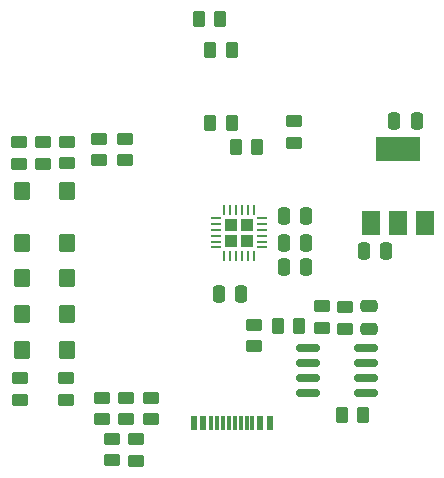
<source format=gbr>
%TF.GenerationSoftware,KiCad,Pcbnew,7.0.7-7.0.7~ubuntu23.04.1*%
%TF.CreationDate,2023-08-23T20:38:48+00:00*%
%TF.ProjectId,USBPDSINK01,55534250-4453-4494-9e4b-30312e6b6963,rev?*%
%TF.SameCoordinates,Original*%
%TF.FileFunction,Paste,Bot*%
%TF.FilePolarity,Positive*%
%FSLAX46Y46*%
G04 Gerber Fmt 4.6, Leading zero omitted, Abs format (unit mm)*
G04 Created by KiCad (PCBNEW 7.0.7-7.0.7~ubuntu23.04.1) date 2023-08-23 20:38:48*
%MOMM*%
%LPD*%
G01*
G04 APERTURE LIST*
G04 Aperture macros list*
%AMRoundRect*
0 Rectangle with rounded corners*
0 $1 Rounding radius*
0 $2 $3 $4 $5 $6 $7 $8 $9 X,Y pos of 4 corners*
0 Add a 4 corners polygon primitive as box body*
4,1,4,$2,$3,$4,$5,$6,$7,$8,$9,$2,$3,0*
0 Add four circle primitives for the rounded corners*
1,1,$1+$1,$2,$3*
1,1,$1+$1,$4,$5*
1,1,$1+$1,$6,$7*
1,1,$1+$1,$8,$9*
0 Add four rect primitives between the rounded corners*
20,1,$1+$1,$2,$3,$4,$5,0*
20,1,$1+$1,$4,$5,$6,$7,0*
20,1,$1+$1,$6,$7,$8,$9,0*
20,1,$1+$1,$8,$9,$2,$3,0*%
G04 Aperture macros list end*
%ADD10RoundRect,0.190667X0.524333X0.559333X-0.524333X0.559333X-0.524333X-0.559333X0.524333X-0.559333X0*%
%ADD11RoundRect,0.190667X-0.524333X-0.559333X0.524333X-0.559333X0.524333X0.559333X-0.524333X0.559333X0*%
%ADD12RoundRect,0.250000X-0.262500X-0.450000X0.262500X-0.450000X0.262500X0.450000X-0.262500X0.450000X0*%
%ADD13RoundRect,0.250000X0.450000X-0.262500X0.450000X0.262500X-0.450000X0.262500X-0.450000X-0.262500X0*%
%ADD14R,0.600000X1.150000*%
%ADD15R,0.300000X1.150000*%
%ADD16RoundRect,0.250000X-0.250000X-0.475000X0.250000X-0.475000X0.250000X0.475000X-0.250000X0.475000X0*%
%ADD17RoundRect,0.250000X0.262500X0.450000X-0.262500X0.450000X-0.262500X-0.450000X0.262500X-0.450000X0*%
%ADD18RoundRect,0.250000X-0.450000X0.262500X-0.450000X-0.262500X0.450000X-0.262500X0.450000X0.262500X0*%
%ADD19RoundRect,0.150000X-0.825000X-0.150000X0.825000X-0.150000X0.825000X0.150000X-0.825000X0.150000X0*%
%ADD20R,1.500000X2.000000*%
%ADD21R,3.800000X2.000000*%
%ADD22RoundRect,0.250000X0.250000X0.475000X-0.250000X0.475000X-0.250000X-0.475000X0.250000X-0.475000X0*%
%ADD23RoundRect,0.250000X0.295000X-0.295000X0.295000X0.295000X-0.295000X0.295000X-0.295000X-0.295000X0*%
%ADD24RoundRect,0.062500X0.062500X-0.350000X0.062500X0.350000X-0.062500X0.350000X-0.062500X-0.350000X0*%
%ADD25RoundRect,0.062500X0.350000X-0.062500X0.350000X0.062500X-0.350000X0.062500X-0.350000X-0.062500X0*%
%ADD26RoundRect,0.250000X0.475000X-0.250000X0.475000X0.250000X-0.475000X0.250000X-0.475000X-0.250000X0*%
G04 APERTURE END LIST*
D10*
%TO.C,D5*%
X11460000Y28185000D03*
D11*
X7630000Y28185000D03*
%TD*%
D12*
%TO.C,R10*%
X29287500Y21100000D03*
X31112500Y21100000D03*
%TD*%
D13*
%TO.C,R12*%
X33000000Y20987500D03*
X33000000Y22812500D03*
%TD*%
D14*
%TO.C,J1*%
X28600000Y12890000D03*
X27800000Y12890000D03*
D15*
X26650000Y12890000D03*
X25650000Y12890000D03*
X25150000Y12890000D03*
X24150000Y12890000D03*
D14*
X22200000Y12890000D03*
X23000000Y12890000D03*
D15*
X23650000Y12890000D03*
X24650000Y12890000D03*
X26150000Y12890000D03*
X27150000Y12890000D03*
%TD*%
D16*
%TO.C,C5*%
X39150000Y38450000D03*
X41050000Y38450000D03*
%TD*%
D17*
%TO.C,R8*%
X36525000Y13600000D03*
X34700000Y13600000D03*
%TD*%
D18*
%TO.C,R22*%
X30650000Y38475000D03*
X30650000Y36650000D03*
%TD*%
D16*
%TO.C,C6*%
X36570000Y27490000D03*
X38470000Y27490000D03*
%TD*%
D19*
%TO.C,Q2*%
X31820000Y15460000D03*
X31820000Y16730000D03*
X31820000Y18000000D03*
X31820000Y19270000D03*
X36770000Y19270000D03*
X36770000Y18000000D03*
X36770000Y16730000D03*
X36770000Y15460000D03*
%TD*%
D16*
%TO.C,C2*%
X29800000Y30480000D03*
X31700000Y30480000D03*
%TD*%
D20*
%TO.C,U2*%
X41750000Y29850000D03*
X39450000Y29850000D03*
D21*
X39450000Y36150000D03*
D20*
X37150000Y29850000D03*
%TD*%
D22*
%TO.C,C8*%
X26200000Y23850000D03*
X24300000Y23850000D03*
%TD*%
D18*
%TO.C,R16*%
X14190000Y36975000D03*
X14190000Y35150000D03*
%TD*%
D13*
%TO.C,R9*%
X27300000Y19425000D03*
X27300000Y21250000D03*
%TD*%
D18*
%TO.C,R6*%
X11470000Y36715000D03*
X11470000Y34890000D03*
%TD*%
D16*
%TO.C,C1*%
X29800000Y26080000D03*
X31700000Y26080000D03*
%TD*%
D13*
%TO.C,R20*%
X16480000Y13230000D03*
X16480000Y15055000D03*
%TD*%
D18*
%TO.C,R18*%
X17310000Y11560000D03*
X17310000Y9735000D03*
%TD*%
D10*
%TO.C,D3*%
X11450000Y22125000D03*
D11*
X7620000Y22125000D03*
%TD*%
D12*
%TO.C,R13*%
X23550000Y44500000D03*
X25375000Y44500000D03*
%TD*%
D10*
%TO.C,D2*%
X11460000Y25155000D03*
D11*
X7630000Y25155000D03*
%TD*%
D13*
%TO.C,R3*%
X11390000Y14870000D03*
X11390000Y16695000D03*
%TD*%
D23*
%TO.C,U1*%
X25350000Y28350000D03*
X26700000Y28350000D03*
X25350000Y29700000D03*
X26700000Y29700000D03*
D24*
X27275000Y27062500D03*
X26775000Y27062500D03*
X26275000Y27062500D03*
X25775000Y27062500D03*
X25275000Y27062500D03*
X24775000Y27062500D03*
D25*
X24062500Y27775000D03*
X24062500Y28275000D03*
X24062500Y28775000D03*
X24062500Y29275000D03*
X24062500Y29775000D03*
X24062500Y30275000D03*
D24*
X24775000Y30987500D03*
X25275000Y30987500D03*
X25775000Y30987500D03*
X26275000Y30987500D03*
X26775000Y30987500D03*
X27275000Y30987500D03*
D25*
X27987500Y30275000D03*
X27987500Y29775000D03*
X27987500Y29275000D03*
X27987500Y28775000D03*
X27987500Y28275000D03*
X27987500Y27775000D03*
%TD*%
D18*
%TO.C,R17*%
X15270000Y11570000D03*
X15270000Y9745000D03*
%TD*%
D10*
%TO.C,D1*%
X11425000Y32515000D03*
D11*
X7595000Y32515000D03*
%TD*%
D18*
%TO.C,R15*%
X16380000Y36972500D03*
X16380000Y35147500D03*
%TD*%
D10*
%TO.C,D4*%
X11435000Y19095000D03*
D11*
X7605000Y19095000D03*
%TD*%
D18*
%TO.C,R7*%
X7370000Y36702500D03*
X7370000Y34877500D03*
%TD*%
%TO.C,R5*%
X9420000Y36702500D03*
X9420000Y34877500D03*
%TD*%
D16*
%TO.C,C7*%
X29800000Y28190000D03*
X31700000Y28190000D03*
%TD*%
D13*
%TO.C,R21*%
X14410000Y13230000D03*
X14410000Y15055000D03*
%TD*%
D26*
%TO.C,C4*%
X37000000Y20900000D03*
X37000000Y22800000D03*
%TD*%
D17*
%TO.C,R14*%
X24412500Y47100000D03*
X22587500Y47100000D03*
%TD*%
%TO.C,R1*%
X27575000Y36280000D03*
X25750000Y36280000D03*
%TD*%
D13*
%TO.C,R4*%
X7470000Y14900000D03*
X7470000Y16725000D03*
%TD*%
D18*
%TO.C,R11*%
X35000000Y22725000D03*
X35000000Y20900000D03*
%TD*%
D12*
%TO.C,R2*%
X23577500Y38300000D03*
X25402500Y38300000D03*
%TD*%
D13*
%TO.C,R19*%
X18570000Y13225000D03*
X18570000Y15050000D03*
%TD*%
M02*

</source>
